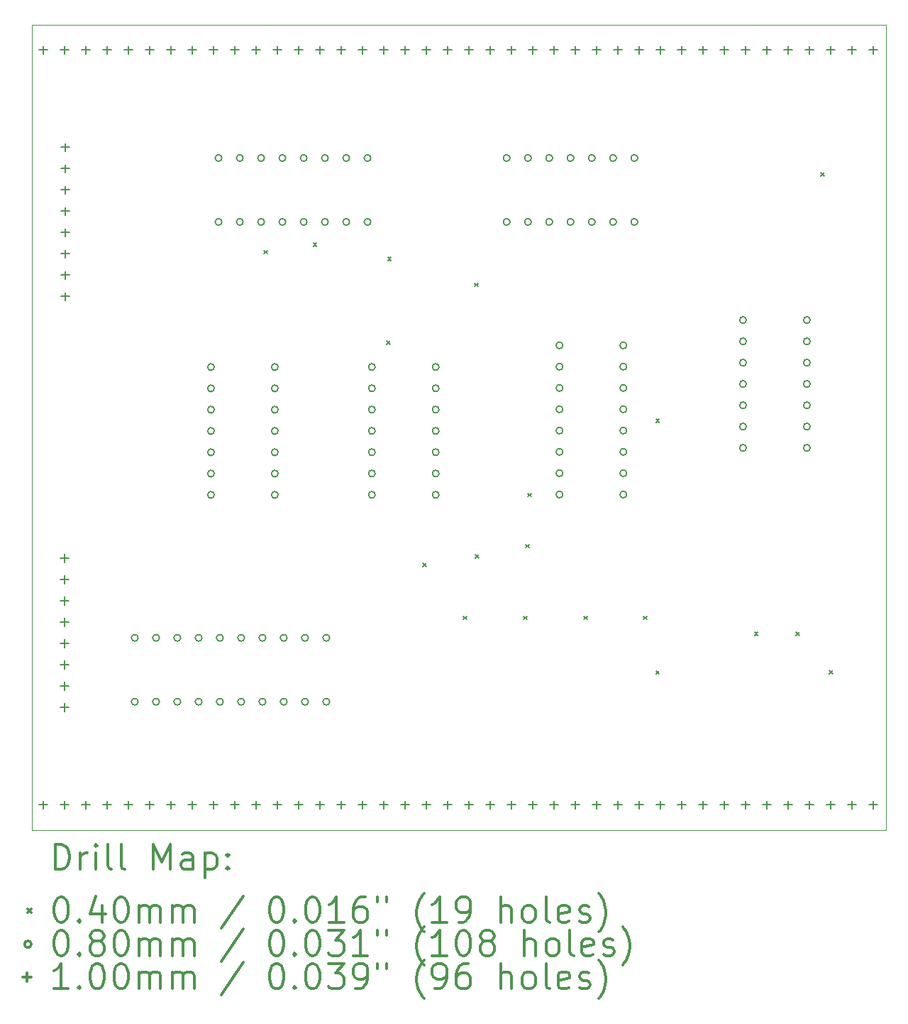
<source format=gbr>
%FSLAX45Y45*%
G04 Gerber Fmt 4.5, Leading zero omitted, Abs format (unit mm)*
G04 Created by KiCad (PCBNEW (5.1.9)-1) date 2021-11-21 16:09:24*
%MOMM*%
%LPD*%
G01*
G04 APERTURE LIST*
%TA.AperFunction,Profile*%
%ADD10C,0.100000*%
%TD*%
%ADD11C,0.200000*%
%ADD12C,0.300000*%
G04 APERTURE END LIST*
D10*
X8500000Y-13900000D02*
X8500000Y-4300000D01*
X18700000Y-13900000D02*
X8500000Y-13900000D01*
X18700000Y-4300000D02*
X18700000Y-13900000D01*
X8500000Y-4300000D02*
X18700000Y-4300000D01*
D11*
X11270000Y-6990000D02*
X11310000Y-7030000D01*
X11310000Y-6990000D02*
X11270000Y-7030000D01*
X11860000Y-6900000D02*
X11900000Y-6940000D01*
X11900000Y-6900000D02*
X11860000Y-6940000D01*
X12740000Y-8070000D02*
X12780000Y-8110000D01*
X12780000Y-8070000D02*
X12740000Y-8110000D01*
X12750000Y-7070000D02*
X12790000Y-7110000D01*
X12790000Y-7070000D02*
X12750000Y-7110000D01*
X13170000Y-10720000D02*
X13210000Y-10760000D01*
X13210000Y-10720000D02*
X13170000Y-10760000D01*
X13650000Y-11350000D02*
X13690000Y-11390000D01*
X13690000Y-11350000D02*
X13650000Y-11390000D01*
X13790000Y-7380000D02*
X13830000Y-7420000D01*
X13830000Y-7380000D02*
X13790000Y-7420000D01*
X13795000Y-10615000D02*
X13835000Y-10655000D01*
X13835000Y-10615000D02*
X13795000Y-10655000D01*
X14370000Y-11350000D02*
X14410000Y-11390000D01*
X14410000Y-11350000D02*
X14370000Y-11390000D01*
X14395000Y-10495000D02*
X14435000Y-10535000D01*
X14435000Y-10495000D02*
X14395000Y-10535000D01*
X14424249Y-9884000D02*
X14464249Y-9924000D01*
X14464249Y-9884000D02*
X14424249Y-9924000D01*
X15090000Y-11350000D02*
X15130000Y-11390000D01*
X15130000Y-11350000D02*
X15090000Y-11390000D01*
X15800000Y-11350000D02*
X15840000Y-11390000D01*
X15840000Y-11350000D02*
X15800000Y-11390000D01*
X15950000Y-9000000D02*
X15990000Y-9040000D01*
X15990000Y-9000000D02*
X15950000Y-9040000D01*
X15950000Y-12002504D02*
X15990000Y-12042504D01*
X15990000Y-12002504D02*
X15950000Y-12042504D01*
X17127501Y-11537501D02*
X17167501Y-11577501D01*
X17167501Y-11537501D02*
X17127501Y-11577501D01*
X17620000Y-11540000D02*
X17660000Y-11580000D01*
X17660000Y-11540000D02*
X17620000Y-11580000D01*
X17920000Y-6060000D02*
X17960000Y-6100000D01*
X17960000Y-6060000D02*
X17920000Y-6100000D01*
X18020000Y-12000000D02*
X18060000Y-12040000D01*
X18060000Y-12000000D02*
X18020000Y-12040000D01*
X9770000Y-11608000D02*
G75*
G03*
X9770000Y-11608000I-40000J0D01*
G01*
X9770000Y-12370000D02*
G75*
G03*
X9770000Y-12370000I-40000J0D01*
G01*
X10024000Y-11608000D02*
G75*
G03*
X10024000Y-11608000I-40000J0D01*
G01*
X10024000Y-12370000D02*
G75*
G03*
X10024000Y-12370000I-40000J0D01*
G01*
X10278000Y-11608000D02*
G75*
G03*
X10278000Y-11608000I-40000J0D01*
G01*
X10278000Y-12370000D02*
G75*
G03*
X10278000Y-12370000I-40000J0D01*
G01*
X10532000Y-11608000D02*
G75*
G03*
X10532000Y-11608000I-40000J0D01*
G01*
X10532000Y-12370000D02*
G75*
G03*
X10532000Y-12370000I-40000J0D01*
G01*
X10680000Y-8380000D02*
G75*
G03*
X10680000Y-8380000I-40000J0D01*
G01*
X10680000Y-8634000D02*
G75*
G03*
X10680000Y-8634000I-40000J0D01*
G01*
X10680000Y-8888000D02*
G75*
G03*
X10680000Y-8888000I-40000J0D01*
G01*
X10680000Y-9142000D02*
G75*
G03*
X10680000Y-9142000I-40000J0D01*
G01*
X10680000Y-9396000D02*
G75*
G03*
X10680000Y-9396000I-40000J0D01*
G01*
X10680000Y-9650000D02*
G75*
G03*
X10680000Y-9650000I-40000J0D01*
G01*
X10680000Y-9904000D02*
G75*
G03*
X10680000Y-9904000I-40000J0D01*
G01*
X10770000Y-5888000D02*
G75*
G03*
X10770000Y-5888000I-40000J0D01*
G01*
X10770000Y-6650000D02*
G75*
G03*
X10770000Y-6650000I-40000J0D01*
G01*
X10786000Y-11608000D02*
G75*
G03*
X10786000Y-11608000I-40000J0D01*
G01*
X10786000Y-12370000D02*
G75*
G03*
X10786000Y-12370000I-40000J0D01*
G01*
X11024000Y-5888000D02*
G75*
G03*
X11024000Y-5888000I-40000J0D01*
G01*
X11024000Y-6650000D02*
G75*
G03*
X11024000Y-6650000I-40000J0D01*
G01*
X11040000Y-11608000D02*
G75*
G03*
X11040000Y-11608000I-40000J0D01*
G01*
X11040000Y-12370000D02*
G75*
G03*
X11040000Y-12370000I-40000J0D01*
G01*
X11278000Y-5888000D02*
G75*
G03*
X11278000Y-5888000I-40000J0D01*
G01*
X11278000Y-6650000D02*
G75*
G03*
X11278000Y-6650000I-40000J0D01*
G01*
X11294000Y-11608000D02*
G75*
G03*
X11294000Y-11608000I-40000J0D01*
G01*
X11294000Y-12370000D02*
G75*
G03*
X11294000Y-12370000I-40000J0D01*
G01*
X11442000Y-8380000D02*
G75*
G03*
X11442000Y-8380000I-40000J0D01*
G01*
X11442000Y-8634000D02*
G75*
G03*
X11442000Y-8634000I-40000J0D01*
G01*
X11442000Y-8888000D02*
G75*
G03*
X11442000Y-8888000I-40000J0D01*
G01*
X11442000Y-9142000D02*
G75*
G03*
X11442000Y-9142000I-40000J0D01*
G01*
X11442000Y-9396000D02*
G75*
G03*
X11442000Y-9396000I-40000J0D01*
G01*
X11442000Y-9650000D02*
G75*
G03*
X11442000Y-9650000I-40000J0D01*
G01*
X11442000Y-9904000D02*
G75*
G03*
X11442000Y-9904000I-40000J0D01*
G01*
X11532000Y-5888000D02*
G75*
G03*
X11532000Y-5888000I-40000J0D01*
G01*
X11532000Y-6650000D02*
G75*
G03*
X11532000Y-6650000I-40000J0D01*
G01*
X11548000Y-11608000D02*
G75*
G03*
X11548000Y-11608000I-40000J0D01*
G01*
X11548000Y-12370000D02*
G75*
G03*
X11548000Y-12370000I-40000J0D01*
G01*
X11786000Y-5888000D02*
G75*
G03*
X11786000Y-5888000I-40000J0D01*
G01*
X11786000Y-6650000D02*
G75*
G03*
X11786000Y-6650000I-40000J0D01*
G01*
X11802000Y-11608000D02*
G75*
G03*
X11802000Y-11608000I-40000J0D01*
G01*
X11802000Y-12370000D02*
G75*
G03*
X11802000Y-12370000I-40000J0D01*
G01*
X12040000Y-5888000D02*
G75*
G03*
X12040000Y-5888000I-40000J0D01*
G01*
X12040000Y-6650000D02*
G75*
G03*
X12040000Y-6650000I-40000J0D01*
G01*
X12056000Y-11608000D02*
G75*
G03*
X12056000Y-11608000I-40000J0D01*
G01*
X12056000Y-12370000D02*
G75*
G03*
X12056000Y-12370000I-40000J0D01*
G01*
X12294000Y-5888000D02*
G75*
G03*
X12294000Y-5888000I-40000J0D01*
G01*
X12294000Y-6650000D02*
G75*
G03*
X12294000Y-6650000I-40000J0D01*
G01*
X12548000Y-5888000D02*
G75*
G03*
X12548000Y-5888000I-40000J0D01*
G01*
X12548000Y-6650000D02*
G75*
G03*
X12548000Y-6650000I-40000J0D01*
G01*
X12600000Y-8380000D02*
G75*
G03*
X12600000Y-8380000I-40000J0D01*
G01*
X12600000Y-8634000D02*
G75*
G03*
X12600000Y-8634000I-40000J0D01*
G01*
X12600000Y-8888000D02*
G75*
G03*
X12600000Y-8888000I-40000J0D01*
G01*
X12600000Y-9142000D02*
G75*
G03*
X12600000Y-9142000I-40000J0D01*
G01*
X12600000Y-9396000D02*
G75*
G03*
X12600000Y-9396000I-40000J0D01*
G01*
X12600000Y-9650000D02*
G75*
G03*
X12600000Y-9650000I-40000J0D01*
G01*
X12600000Y-9904000D02*
G75*
G03*
X12600000Y-9904000I-40000J0D01*
G01*
X13362000Y-8380000D02*
G75*
G03*
X13362000Y-8380000I-40000J0D01*
G01*
X13362000Y-8634000D02*
G75*
G03*
X13362000Y-8634000I-40000J0D01*
G01*
X13362000Y-8888000D02*
G75*
G03*
X13362000Y-8888000I-40000J0D01*
G01*
X13362000Y-9142000D02*
G75*
G03*
X13362000Y-9142000I-40000J0D01*
G01*
X13362000Y-9396000D02*
G75*
G03*
X13362000Y-9396000I-40000J0D01*
G01*
X13362000Y-9650000D02*
G75*
G03*
X13362000Y-9650000I-40000J0D01*
G01*
X13362000Y-9904000D02*
G75*
G03*
X13362000Y-9904000I-40000J0D01*
G01*
X14210000Y-5888000D02*
G75*
G03*
X14210000Y-5888000I-40000J0D01*
G01*
X14210000Y-6650000D02*
G75*
G03*
X14210000Y-6650000I-40000J0D01*
G01*
X14464000Y-5888000D02*
G75*
G03*
X14464000Y-5888000I-40000J0D01*
G01*
X14464000Y-6650000D02*
G75*
G03*
X14464000Y-6650000I-40000J0D01*
G01*
X14718000Y-5888000D02*
G75*
G03*
X14718000Y-5888000I-40000J0D01*
G01*
X14718000Y-6650000D02*
G75*
G03*
X14718000Y-6650000I-40000J0D01*
G01*
X14840000Y-8122000D02*
G75*
G03*
X14840000Y-8122000I-40000J0D01*
G01*
X14840000Y-8376000D02*
G75*
G03*
X14840000Y-8376000I-40000J0D01*
G01*
X14840000Y-8630000D02*
G75*
G03*
X14840000Y-8630000I-40000J0D01*
G01*
X14840000Y-8884000D02*
G75*
G03*
X14840000Y-8884000I-40000J0D01*
G01*
X14840000Y-9138000D02*
G75*
G03*
X14840000Y-9138000I-40000J0D01*
G01*
X14840000Y-9392000D02*
G75*
G03*
X14840000Y-9392000I-40000J0D01*
G01*
X14840000Y-9646000D02*
G75*
G03*
X14840000Y-9646000I-40000J0D01*
G01*
X14840000Y-9900000D02*
G75*
G03*
X14840000Y-9900000I-40000J0D01*
G01*
X14972000Y-5888000D02*
G75*
G03*
X14972000Y-5888000I-40000J0D01*
G01*
X14972000Y-6650000D02*
G75*
G03*
X14972000Y-6650000I-40000J0D01*
G01*
X15226000Y-5888000D02*
G75*
G03*
X15226000Y-5888000I-40000J0D01*
G01*
X15226000Y-6650000D02*
G75*
G03*
X15226000Y-6650000I-40000J0D01*
G01*
X15480000Y-5888000D02*
G75*
G03*
X15480000Y-5888000I-40000J0D01*
G01*
X15480000Y-6650000D02*
G75*
G03*
X15480000Y-6650000I-40000J0D01*
G01*
X15602000Y-8122000D02*
G75*
G03*
X15602000Y-8122000I-40000J0D01*
G01*
X15602000Y-8376000D02*
G75*
G03*
X15602000Y-8376000I-40000J0D01*
G01*
X15602000Y-8630000D02*
G75*
G03*
X15602000Y-8630000I-40000J0D01*
G01*
X15602000Y-8884000D02*
G75*
G03*
X15602000Y-8884000I-40000J0D01*
G01*
X15602000Y-9138000D02*
G75*
G03*
X15602000Y-9138000I-40000J0D01*
G01*
X15602000Y-9392000D02*
G75*
G03*
X15602000Y-9392000I-40000J0D01*
G01*
X15602000Y-9646000D02*
G75*
G03*
X15602000Y-9646000I-40000J0D01*
G01*
X15602000Y-9900000D02*
G75*
G03*
X15602000Y-9900000I-40000J0D01*
G01*
X15734000Y-5888000D02*
G75*
G03*
X15734000Y-5888000I-40000J0D01*
G01*
X15734000Y-6650000D02*
G75*
G03*
X15734000Y-6650000I-40000J0D01*
G01*
X17030000Y-7820000D02*
G75*
G03*
X17030000Y-7820000I-40000J0D01*
G01*
X17030000Y-8074000D02*
G75*
G03*
X17030000Y-8074000I-40000J0D01*
G01*
X17030000Y-8328000D02*
G75*
G03*
X17030000Y-8328000I-40000J0D01*
G01*
X17030000Y-8582000D02*
G75*
G03*
X17030000Y-8582000I-40000J0D01*
G01*
X17030000Y-8836000D02*
G75*
G03*
X17030000Y-8836000I-40000J0D01*
G01*
X17030000Y-9090000D02*
G75*
G03*
X17030000Y-9090000I-40000J0D01*
G01*
X17030000Y-9344000D02*
G75*
G03*
X17030000Y-9344000I-40000J0D01*
G01*
X17792000Y-7820000D02*
G75*
G03*
X17792000Y-7820000I-40000J0D01*
G01*
X17792000Y-8074000D02*
G75*
G03*
X17792000Y-8074000I-40000J0D01*
G01*
X17792000Y-8328000D02*
G75*
G03*
X17792000Y-8328000I-40000J0D01*
G01*
X17792000Y-8582000D02*
G75*
G03*
X17792000Y-8582000I-40000J0D01*
G01*
X17792000Y-8836000D02*
G75*
G03*
X17792000Y-8836000I-40000J0D01*
G01*
X17792000Y-9090000D02*
G75*
G03*
X17792000Y-9090000I-40000J0D01*
G01*
X17792000Y-9344000D02*
G75*
G03*
X17792000Y-9344000I-40000J0D01*
G01*
X8640000Y-4550000D02*
X8640000Y-4650000D01*
X8590000Y-4600000D02*
X8690000Y-4600000D01*
X8640000Y-13550000D02*
X8640000Y-13650000D01*
X8590000Y-13600000D02*
X8690000Y-13600000D01*
X8890000Y-10612000D02*
X8890000Y-10712000D01*
X8840000Y-10662000D02*
X8940000Y-10662000D01*
X8890000Y-10866000D02*
X8890000Y-10966000D01*
X8840000Y-10916000D02*
X8940000Y-10916000D01*
X8890000Y-11120000D02*
X8890000Y-11220000D01*
X8840000Y-11170000D02*
X8940000Y-11170000D01*
X8890000Y-11374000D02*
X8890000Y-11474000D01*
X8840000Y-11424000D02*
X8940000Y-11424000D01*
X8890000Y-11628000D02*
X8890000Y-11728000D01*
X8840000Y-11678000D02*
X8940000Y-11678000D01*
X8890000Y-11882000D02*
X8890000Y-11982000D01*
X8840000Y-11932000D02*
X8940000Y-11932000D01*
X8890000Y-12136000D02*
X8890000Y-12236000D01*
X8840000Y-12186000D02*
X8940000Y-12186000D01*
X8890000Y-12390000D02*
X8890000Y-12490000D01*
X8840000Y-12440000D02*
X8940000Y-12440000D01*
X8894000Y-4550000D02*
X8894000Y-4650000D01*
X8844000Y-4600000D02*
X8944000Y-4600000D01*
X8894000Y-13550000D02*
X8894000Y-13650000D01*
X8844000Y-13600000D02*
X8944000Y-13600000D01*
X8900000Y-5710000D02*
X8900000Y-5810000D01*
X8850000Y-5760000D02*
X8950000Y-5760000D01*
X8900000Y-5964000D02*
X8900000Y-6064000D01*
X8850000Y-6014000D02*
X8950000Y-6014000D01*
X8900000Y-6218000D02*
X8900000Y-6318000D01*
X8850000Y-6268000D02*
X8950000Y-6268000D01*
X8900000Y-6472000D02*
X8900000Y-6572000D01*
X8850000Y-6522000D02*
X8950000Y-6522000D01*
X8900000Y-6726000D02*
X8900000Y-6826000D01*
X8850000Y-6776000D02*
X8950000Y-6776000D01*
X8900000Y-6980000D02*
X8900000Y-7080000D01*
X8850000Y-7030000D02*
X8950000Y-7030000D01*
X8900000Y-7234000D02*
X8900000Y-7334000D01*
X8850000Y-7284000D02*
X8950000Y-7284000D01*
X8900000Y-7488000D02*
X8900000Y-7588000D01*
X8850000Y-7538000D02*
X8950000Y-7538000D01*
X9148000Y-4550000D02*
X9148000Y-4650000D01*
X9098000Y-4600000D02*
X9198000Y-4600000D01*
X9148000Y-13550000D02*
X9148000Y-13650000D01*
X9098000Y-13600000D02*
X9198000Y-13600000D01*
X9402000Y-4550000D02*
X9402000Y-4650000D01*
X9352000Y-4600000D02*
X9452000Y-4600000D01*
X9402000Y-13550000D02*
X9402000Y-13650000D01*
X9352000Y-13600000D02*
X9452000Y-13600000D01*
X9656000Y-4550000D02*
X9656000Y-4650000D01*
X9606000Y-4600000D02*
X9706000Y-4600000D01*
X9656000Y-13550000D02*
X9656000Y-13650000D01*
X9606000Y-13600000D02*
X9706000Y-13600000D01*
X9910000Y-4550000D02*
X9910000Y-4650000D01*
X9860000Y-4600000D02*
X9960000Y-4600000D01*
X9910000Y-13550000D02*
X9910000Y-13650000D01*
X9860000Y-13600000D02*
X9960000Y-13600000D01*
X10164000Y-4550000D02*
X10164000Y-4650000D01*
X10114000Y-4600000D02*
X10214000Y-4600000D01*
X10164000Y-13550000D02*
X10164000Y-13650000D01*
X10114000Y-13600000D02*
X10214000Y-13600000D01*
X10418000Y-4550000D02*
X10418000Y-4650000D01*
X10368000Y-4600000D02*
X10468000Y-4600000D01*
X10418000Y-13550000D02*
X10418000Y-13650000D01*
X10368000Y-13600000D02*
X10468000Y-13600000D01*
X10672000Y-4550000D02*
X10672000Y-4650000D01*
X10622000Y-4600000D02*
X10722000Y-4600000D01*
X10672000Y-13550000D02*
X10672000Y-13650000D01*
X10622000Y-13600000D02*
X10722000Y-13600000D01*
X10926000Y-4550000D02*
X10926000Y-4650000D01*
X10876000Y-4600000D02*
X10976000Y-4600000D01*
X10926000Y-13550000D02*
X10926000Y-13650000D01*
X10876000Y-13600000D02*
X10976000Y-13600000D01*
X11180000Y-4550000D02*
X11180000Y-4650000D01*
X11130000Y-4600000D02*
X11230000Y-4600000D01*
X11180000Y-13550000D02*
X11180000Y-13650000D01*
X11130000Y-13600000D02*
X11230000Y-13600000D01*
X11434000Y-4550000D02*
X11434000Y-4650000D01*
X11384000Y-4600000D02*
X11484000Y-4600000D01*
X11434000Y-13550000D02*
X11434000Y-13650000D01*
X11384000Y-13600000D02*
X11484000Y-13600000D01*
X11688000Y-4550000D02*
X11688000Y-4650000D01*
X11638000Y-4600000D02*
X11738000Y-4600000D01*
X11688000Y-13550000D02*
X11688000Y-13650000D01*
X11638000Y-13600000D02*
X11738000Y-13600000D01*
X11942000Y-4550000D02*
X11942000Y-4650000D01*
X11892000Y-4600000D02*
X11992000Y-4600000D01*
X11942000Y-13550000D02*
X11942000Y-13650000D01*
X11892000Y-13600000D02*
X11992000Y-13600000D01*
X12196000Y-4550000D02*
X12196000Y-4650000D01*
X12146000Y-4600000D02*
X12246000Y-4600000D01*
X12196000Y-13550000D02*
X12196000Y-13650000D01*
X12146000Y-13600000D02*
X12246000Y-13600000D01*
X12450000Y-4550000D02*
X12450000Y-4650000D01*
X12400000Y-4600000D02*
X12500000Y-4600000D01*
X12450000Y-13550000D02*
X12450000Y-13650000D01*
X12400000Y-13600000D02*
X12500000Y-13600000D01*
X12704000Y-4550000D02*
X12704000Y-4650000D01*
X12654000Y-4600000D02*
X12754000Y-4600000D01*
X12704000Y-13550000D02*
X12704000Y-13650000D01*
X12654000Y-13600000D02*
X12754000Y-13600000D01*
X12958000Y-4550000D02*
X12958000Y-4650000D01*
X12908000Y-4600000D02*
X13008000Y-4600000D01*
X12958000Y-13550000D02*
X12958000Y-13650000D01*
X12908000Y-13600000D02*
X13008000Y-13600000D01*
X13212000Y-4550000D02*
X13212000Y-4650000D01*
X13162000Y-4600000D02*
X13262000Y-4600000D01*
X13212000Y-13550000D02*
X13212000Y-13650000D01*
X13162000Y-13600000D02*
X13262000Y-13600000D01*
X13466000Y-4550000D02*
X13466000Y-4650000D01*
X13416000Y-4600000D02*
X13516000Y-4600000D01*
X13466000Y-13550000D02*
X13466000Y-13650000D01*
X13416000Y-13600000D02*
X13516000Y-13600000D01*
X13720000Y-4550000D02*
X13720000Y-4650000D01*
X13670000Y-4600000D02*
X13770000Y-4600000D01*
X13720000Y-13550000D02*
X13720000Y-13650000D01*
X13670000Y-13600000D02*
X13770000Y-13600000D01*
X13974000Y-4550000D02*
X13974000Y-4650000D01*
X13924000Y-4600000D02*
X14024000Y-4600000D01*
X13974000Y-13550000D02*
X13974000Y-13650000D01*
X13924000Y-13600000D02*
X14024000Y-13600000D01*
X14228000Y-4550000D02*
X14228000Y-4650000D01*
X14178000Y-4600000D02*
X14278000Y-4600000D01*
X14228000Y-13550000D02*
X14228000Y-13650000D01*
X14178000Y-13600000D02*
X14278000Y-13600000D01*
X14482000Y-4550000D02*
X14482000Y-4650000D01*
X14432000Y-4600000D02*
X14532000Y-4600000D01*
X14482000Y-13550000D02*
X14482000Y-13650000D01*
X14432000Y-13600000D02*
X14532000Y-13600000D01*
X14736000Y-4550000D02*
X14736000Y-4650000D01*
X14686000Y-4600000D02*
X14786000Y-4600000D01*
X14736000Y-13550000D02*
X14736000Y-13650000D01*
X14686000Y-13600000D02*
X14786000Y-13600000D01*
X14990000Y-4550000D02*
X14990000Y-4650000D01*
X14940000Y-4600000D02*
X15040000Y-4600000D01*
X14990000Y-13550000D02*
X14990000Y-13650000D01*
X14940000Y-13600000D02*
X15040000Y-13600000D01*
X15244000Y-4550000D02*
X15244000Y-4650000D01*
X15194000Y-4600000D02*
X15294000Y-4600000D01*
X15244000Y-13550000D02*
X15244000Y-13650000D01*
X15194000Y-13600000D02*
X15294000Y-13600000D01*
X15498000Y-4550000D02*
X15498000Y-4650000D01*
X15448000Y-4600000D02*
X15548000Y-4600000D01*
X15498000Y-13550000D02*
X15498000Y-13650000D01*
X15448000Y-13600000D02*
X15548000Y-13600000D01*
X15752000Y-4550000D02*
X15752000Y-4650000D01*
X15702000Y-4600000D02*
X15802000Y-4600000D01*
X15752000Y-13550000D02*
X15752000Y-13650000D01*
X15702000Y-13600000D02*
X15802000Y-13600000D01*
X16006000Y-4550000D02*
X16006000Y-4650000D01*
X15956000Y-4600000D02*
X16056000Y-4600000D01*
X16006000Y-13550000D02*
X16006000Y-13650000D01*
X15956000Y-13600000D02*
X16056000Y-13600000D01*
X16260000Y-4550000D02*
X16260000Y-4650000D01*
X16210000Y-4600000D02*
X16310000Y-4600000D01*
X16260000Y-13550000D02*
X16260000Y-13650000D01*
X16210000Y-13600000D02*
X16310000Y-13600000D01*
X16514000Y-4550000D02*
X16514000Y-4650000D01*
X16464000Y-4600000D02*
X16564000Y-4600000D01*
X16514000Y-13550000D02*
X16514000Y-13650000D01*
X16464000Y-13600000D02*
X16564000Y-13600000D01*
X16768000Y-4550000D02*
X16768000Y-4650000D01*
X16718000Y-4600000D02*
X16818000Y-4600000D01*
X16768000Y-13550000D02*
X16768000Y-13650000D01*
X16718000Y-13600000D02*
X16818000Y-13600000D01*
X17022000Y-4550000D02*
X17022000Y-4650000D01*
X16972000Y-4600000D02*
X17072000Y-4600000D01*
X17022000Y-13550000D02*
X17022000Y-13650000D01*
X16972000Y-13600000D02*
X17072000Y-13600000D01*
X17276000Y-4550000D02*
X17276000Y-4650000D01*
X17226000Y-4600000D02*
X17326000Y-4600000D01*
X17276000Y-13550000D02*
X17276000Y-13650000D01*
X17226000Y-13600000D02*
X17326000Y-13600000D01*
X17530000Y-4550000D02*
X17530000Y-4650000D01*
X17480000Y-4600000D02*
X17580000Y-4600000D01*
X17530000Y-13550000D02*
X17530000Y-13650000D01*
X17480000Y-13600000D02*
X17580000Y-13600000D01*
X17784000Y-4550000D02*
X17784000Y-4650000D01*
X17734000Y-4600000D02*
X17834000Y-4600000D01*
X17784000Y-13550000D02*
X17784000Y-13650000D01*
X17734000Y-13600000D02*
X17834000Y-13600000D01*
X18038000Y-4550000D02*
X18038000Y-4650000D01*
X17988000Y-4600000D02*
X18088000Y-4600000D01*
X18038000Y-13550000D02*
X18038000Y-13650000D01*
X17988000Y-13600000D02*
X18088000Y-13600000D01*
X18292000Y-4550000D02*
X18292000Y-4650000D01*
X18242000Y-4600000D02*
X18342000Y-4600000D01*
X18292000Y-13550000D02*
X18292000Y-13650000D01*
X18242000Y-13600000D02*
X18342000Y-13600000D01*
X18546000Y-4550000D02*
X18546000Y-4650000D01*
X18496000Y-4600000D02*
X18596000Y-4600000D01*
X18546000Y-13550000D02*
X18546000Y-13650000D01*
X18496000Y-13600000D02*
X18596000Y-13600000D01*
D12*
X8781428Y-14370714D02*
X8781428Y-14070714D01*
X8852857Y-14070714D01*
X8895714Y-14085000D01*
X8924286Y-14113571D01*
X8938571Y-14142143D01*
X8952857Y-14199286D01*
X8952857Y-14242143D01*
X8938571Y-14299286D01*
X8924286Y-14327857D01*
X8895714Y-14356429D01*
X8852857Y-14370714D01*
X8781428Y-14370714D01*
X9081428Y-14370714D02*
X9081428Y-14170714D01*
X9081428Y-14227857D02*
X9095714Y-14199286D01*
X9110000Y-14185000D01*
X9138571Y-14170714D01*
X9167143Y-14170714D01*
X9267143Y-14370714D02*
X9267143Y-14170714D01*
X9267143Y-14070714D02*
X9252857Y-14085000D01*
X9267143Y-14099286D01*
X9281428Y-14085000D01*
X9267143Y-14070714D01*
X9267143Y-14099286D01*
X9452857Y-14370714D02*
X9424286Y-14356429D01*
X9410000Y-14327857D01*
X9410000Y-14070714D01*
X9610000Y-14370714D02*
X9581428Y-14356429D01*
X9567143Y-14327857D01*
X9567143Y-14070714D01*
X9952857Y-14370714D02*
X9952857Y-14070714D01*
X10052857Y-14285000D01*
X10152857Y-14070714D01*
X10152857Y-14370714D01*
X10424286Y-14370714D02*
X10424286Y-14213571D01*
X10410000Y-14185000D01*
X10381428Y-14170714D01*
X10324286Y-14170714D01*
X10295714Y-14185000D01*
X10424286Y-14356429D02*
X10395714Y-14370714D01*
X10324286Y-14370714D01*
X10295714Y-14356429D01*
X10281428Y-14327857D01*
X10281428Y-14299286D01*
X10295714Y-14270714D01*
X10324286Y-14256429D01*
X10395714Y-14256429D01*
X10424286Y-14242143D01*
X10567143Y-14170714D02*
X10567143Y-14470714D01*
X10567143Y-14185000D02*
X10595714Y-14170714D01*
X10652857Y-14170714D01*
X10681428Y-14185000D01*
X10695714Y-14199286D01*
X10710000Y-14227857D01*
X10710000Y-14313571D01*
X10695714Y-14342143D01*
X10681428Y-14356429D01*
X10652857Y-14370714D01*
X10595714Y-14370714D01*
X10567143Y-14356429D01*
X10838571Y-14342143D02*
X10852857Y-14356429D01*
X10838571Y-14370714D01*
X10824286Y-14356429D01*
X10838571Y-14342143D01*
X10838571Y-14370714D01*
X10838571Y-14185000D02*
X10852857Y-14199286D01*
X10838571Y-14213571D01*
X10824286Y-14199286D01*
X10838571Y-14185000D01*
X10838571Y-14213571D01*
X8455000Y-14845000D02*
X8495000Y-14885000D01*
X8495000Y-14845000D02*
X8455000Y-14885000D01*
X8838571Y-14700714D02*
X8867143Y-14700714D01*
X8895714Y-14715000D01*
X8910000Y-14729286D01*
X8924286Y-14757857D01*
X8938571Y-14815000D01*
X8938571Y-14886429D01*
X8924286Y-14943571D01*
X8910000Y-14972143D01*
X8895714Y-14986429D01*
X8867143Y-15000714D01*
X8838571Y-15000714D01*
X8810000Y-14986429D01*
X8795714Y-14972143D01*
X8781428Y-14943571D01*
X8767143Y-14886429D01*
X8767143Y-14815000D01*
X8781428Y-14757857D01*
X8795714Y-14729286D01*
X8810000Y-14715000D01*
X8838571Y-14700714D01*
X9067143Y-14972143D02*
X9081428Y-14986429D01*
X9067143Y-15000714D01*
X9052857Y-14986429D01*
X9067143Y-14972143D01*
X9067143Y-15000714D01*
X9338571Y-14800714D02*
X9338571Y-15000714D01*
X9267143Y-14686429D02*
X9195714Y-14900714D01*
X9381428Y-14900714D01*
X9552857Y-14700714D02*
X9581428Y-14700714D01*
X9610000Y-14715000D01*
X9624286Y-14729286D01*
X9638571Y-14757857D01*
X9652857Y-14815000D01*
X9652857Y-14886429D01*
X9638571Y-14943571D01*
X9624286Y-14972143D01*
X9610000Y-14986429D01*
X9581428Y-15000714D01*
X9552857Y-15000714D01*
X9524286Y-14986429D01*
X9510000Y-14972143D01*
X9495714Y-14943571D01*
X9481428Y-14886429D01*
X9481428Y-14815000D01*
X9495714Y-14757857D01*
X9510000Y-14729286D01*
X9524286Y-14715000D01*
X9552857Y-14700714D01*
X9781428Y-15000714D02*
X9781428Y-14800714D01*
X9781428Y-14829286D02*
X9795714Y-14815000D01*
X9824286Y-14800714D01*
X9867143Y-14800714D01*
X9895714Y-14815000D01*
X9910000Y-14843571D01*
X9910000Y-15000714D01*
X9910000Y-14843571D02*
X9924286Y-14815000D01*
X9952857Y-14800714D01*
X9995714Y-14800714D01*
X10024286Y-14815000D01*
X10038571Y-14843571D01*
X10038571Y-15000714D01*
X10181428Y-15000714D02*
X10181428Y-14800714D01*
X10181428Y-14829286D02*
X10195714Y-14815000D01*
X10224286Y-14800714D01*
X10267143Y-14800714D01*
X10295714Y-14815000D01*
X10310000Y-14843571D01*
X10310000Y-15000714D01*
X10310000Y-14843571D02*
X10324286Y-14815000D01*
X10352857Y-14800714D01*
X10395714Y-14800714D01*
X10424286Y-14815000D01*
X10438571Y-14843571D01*
X10438571Y-15000714D01*
X11024286Y-14686429D02*
X10767143Y-15072143D01*
X11410000Y-14700714D02*
X11438571Y-14700714D01*
X11467143Y-14715000D01*
X11481428Y-14729286D01*
X11495714Y-14757857D01*
X11510000Y-14815000D01*
X11510000Y-14886429D01*
X11495714Y-14943571D01*
X11481428Y-14972143D01*
X11467143Y-14986429D01*
X11438571Y-15000714D01*
X11410000Y-15000714D01*
X11381428Y-14986429D01*
X11367143Y-14972143D01*
X11352857Y-14943571D01*
X11338571Y-14886429D01*
X11338571Y-14815000D01*
X11352857Y-14757857D01*
X11367143Y-14729286D01*
X11381428Y-14715000D01*
X11410000Y-14700714D01*
X11638571Y-14972143D02*
X11652857Y-14986429D01*
X11638571Y-15000714D01*
X11624286Y-14986429D01*
X11638571Y-14972143D01*
X11638571Y-15000714D01*
X11838571Y-14700714D02*
X11867143Y-14700714D01*
X11895714Y-14715000D01*
X11910000Y-14729286D01*
X11924286Y-14757857D01*
X11938571Y-14815000D01*
X11938571Y-14886429D01*
X11924286Y-14943571D01*
X11910000Y-14972143D01*
X11895714Y-14986429D01*
X11867143Y-15000714D01*
X11838571Y-15000714D01*
X11810000Y-14986429D01*
X11795714Y-14972143D01*
X11781428Y-14943571D01*
X11767143Y-14886429D01*
X11767143Y-14815000D01*
X11781428Y-14757857D01*
X11795714Y-14729286D01*
X11810000Y-14715000D01*
X11838571Y-14700714D01*
X12224286Y-15000714D02*
X12052857Y-15000714D01*
X12138571Y-15000714D02*
X12138571Y-14700714D01*
X12110000Y-14743571D01*
X12081428Y-14772143D01*
X12052857Y-14786429D01*
X12481428Y-14700714D02*
X12424286Y-14700714D01*
X12395714Y-14715000D01*
X12381428Y-14729286D01*
X12352857Y-14772143D01*
X12338571Y-14829286D01*
X12338571Y-14943571D01*
X12352857Y-14972143D01*
X12367143Y-14986429D01*
X12395714Y-15000714D01*
X12452857Y-15000714D01*
X12481428Y-14986429D01*
X12495714Y-14972143D01*
X12510000Y-14943571D01*
X12510000Y-14872143D01*
X12495714Y-14843571D01*
X12481428Y-14829286D01*
X12452857Y-14815000D01*
X12395714Y-14815000D01*
X12367143Y-14829286D01*
X12352857Y-14843571D01*
X12338571Y-14872143D01*
X12624286Y-14700714D02*
X12624286Y-14757857D01*
X12738571Y-14700714D02*
X12738571Y-14757857D01*
X13181428Y-15115000D02*
X13167143Y-15100714D01*
X13138571Y-15057857D01*
X13124286Y-15029286D01*
X13110000Y-14986429D01*
X13095714Y-14915000D01*
X13095714Y-14857857D01*
X13110000Y-14786429D01*
X13124286Y-14743571D01*
X13138571Y-14715000D01*
X13167143Y-14672143D01*
X13181428Y-14657857D01*
X13452857Y-15000714D02*
X13281428Y-15000714D01*
X13367143Y-15000714D02*
X13367143Y-14700714D01*
X13338571Y-14743571D01*
X13310000Y-14772143D01*
X13281428Y-14786429D01*
X13595714Y-15000714D02*
X13652857Y-15000714D01*
X13681428Y-14986429D01*
X13695714Y-14972143D01*
X13724286Y-14929286D01*
X13738571Y-14872143D01*
X13738571Y-14757857D01*
X13724286Y-14729286D01*
X13710000Y-14715000D01*
X13681428Y-14700714D01*
X13624286Y-14700714D01*
X13595714Y-14715000D01*
X13581428Y-14729286D01*
X13567143Y-14757857D01*
X13567143Y-14829286D01*
X13581428Y-14857857D01*
X13595714Y-14872143D01*
X13624286Y-14886429D01*
X13681428Y-14886429D01*
X13710000Y-14872143D01*
X13724286Y-14857857D01*
X13738571Y-14829286D01*
X14095714Y-15000714D02*
X14095714Y-14700714D01*
X14224286Y-15000714D02*
X14224286Y-14843571D01*
X14210000Y-14815000D01*
X14181428Y-14800714D01*
X14138571Y-14800714D01*
X14110000Y-14815000D01*
X14095714Y-14829286D01*
X14410000Y-15000714D02*
X14381428Y-14986429D01*
X14367143Y-14972143D01*
X14352857Y-14943571D01*
X14352857Y-14857857D01*
X14367143Y-14829286D01*
X14381428Y-14815000D01*
X14410000Y-14800714D01*
X14452857Y-14800714D01*
X14481428Y-14815000D01*
X14495714Y-14829286D01*
X14510000Y-14857857D01*
X14510000Y-14943571D01*
X14495714Y-14972143D01*
X14481428Y-14986429D01*
X14452857Y-15000714D01*
X14410000Y-15000714D01*
X14681428Y-15000714D02*
X14652857Y-14986429D01*
X14638571Y-14957857D01*
X14638571Y-14700714D01*
X14910000Y-14986429D02*
X14881428Y-15000714D01*
X14824286Y-15000714D01*
X14795714Y-14986429D01*
X14781428Y-14957857D01*
X14781428Y-14843571D01*
X14795714Y-14815000D01*
X14824286Y-14800714D01*
X14881428Y-14800714D01*
X14910000Y-14815000D01*
X14924286Y-14843571D01*
X14924286Y-14872143D01*
X14781428Y-14900714D01*
X15038571Y-14986429D02*
X15067143Y-15000714D01*
X15124286Y-15000714D01*
X15152857Y-14986429D01*
X15167143Y-14957857D01*
X15167143Y-14943571D01*
X15152857Y-14915000D01*
X15124286Y-14900714D01*
X15081428Y-14900714D01*
X15052857Y-14886429D01*
X15038571Y-14857857D01*
X15038571Y-14843571D01*
X15052857Y-14815000D01*
X15081428Y-14800714D01*
X15124286Y-14800714D01*
X15152857Y-14815000D01*
X15267143Y-15115000D02*
X15281428Y-15100714D01*
X15310000Y-15057857D01*
X15324286Y-15029286D01*
X15338571Y-14986429D01*
X15352857Y-14915000D01*
X15352857Y-14857857D01*
X15338571Y-14786429D01*
X15324286Y-14743571D01*
X15310000Y-14715000D01*
X15281428Y-14672143D01*
X15267143Y-14657857D01*
X8495000Y-15261000D02*
G75*
G03*
X8495000Y-15261000I-40000J0D01*
G01*
X8838571Y-15096714D02*
X8867143Y-15096714D01*
X8895714Y-15111000D01*
X8910000Y-15125286D01*
X8924286Y-15153857D01*
X8938571Y-15211000D01*
X8938571Y-15282429D01*
X8924286Y-15339571D01*
X8910000Y-15368143D01*
X8895714Y-15382429D01*
X8867143Y-15396714D01*
X8838571Y-15396714D01*
X8810000Y-15382429D01*
X8795714Y-15368143D01*
X8781428Y-15339571D01*
X8767143Y-15282429D01*
X8767143Y-15211000D01*
X8781428Y-15153857D01*
X8795714Y-15125286D01*
X8810000Y-15111000D01*
X8838571Y-15096714D01*
X9067143Y-15368143D02*
X9081428Y-15382429D01*
X9067143Y-15396714D01*
X9052857Y-15382429D01*
X9067143Y-15368143D01*
X9067143Y-15396714D01*
X9252857Y-15225286D02*
X9224286Y-15211000D01*
X9210000Y-15196714D01*
X9195714Y-15168143D01*
X9195714Y-15153857D01*
X9210000Y-15125286D01*
X9224286Y-15111000D01*
X9252857Y-15096714D01*
X9310000Y-15096714D01*
X9338571Y-15111000D01*
X9352857Y-15125286D01*
X9367143Y-15153857D01*
X9367143Y-15168143D01*
X9352857Y-15196714D01*
X9338571Y-15211000D01*
X9310000Y-15225286D01*
X9252857Y-15225286D01*
X9224286Y-15239571D01*
X9210000Y-15253857D01*
X9195714Y-15282429D01*
X9195714Y-15339571D01*
X9210000Y-15368143D01*
X9224286Y-15382429D01*
X9252857Y-15396714D01*
X9310000Y-15396714D01*
X9338571Y-15382429D01*
X9352857Y-15368143D01*
X9367143Y-15339571D01*
X9367143Y-15282429D01*
X9352857Y-15253857D01*
X9338571Y-15239571D01*
X9310000Y-15225286D01*
X9552857Y-15096714D02*
X9581428Y-15096714D01*
X9610000Y-15111000D01*
X9624286Y-15125286D01*
X9638571Y-15153857D01*
X9652857Y-15211000D01*
X9652857Y-15282429D01*
X9638571Y-15339571D01*
X9624286Y-15368143D01*
X9610000Y-15382429D01*
X9581428Y-15396714D01*
X9552857Y-15396714D01*
X9524286Y-15382429D01*
X9510000Y-15368143D01*
X9495714Y-15339571D01*
X9481428Y-15282429D01*
X9481428Y-15211000D01*
X9495714Y-15153857D01*
X9510000Y-15125286D01*
X9524286Y-15111000D01*
X9552857Y-15096714D01*
X9781428Y-15396714D02*
X9781428Y-15196714D01*
X9781428Y-15225286D02*
X9795714Y-15211000D01*
X9824286Y-15196714D01*
X9867143Y-15196714D01*
X9895714Y-15211000D01*
X9910000Y-15239571D01*
X9910000Y-15396714D01*
X9910000Y-15239571D02*
X9924286Y-15211000D01*
X9952857Y-15196714D01*
X9995714Y-15196714D01*
X10024286Y-15211000D01*
X10038571Y-15239571D01*
X10038571Y-15396714D01*
X10181428Y-15396714D02*
X10181428Y-15196714D01*
X10181428Y-15225286D02*
X10195714Y-15211000D01*
X10224286Y-15196714D01*
X10267143Y-15196714D01*
X10295714Y-15211000D01*
X10310000Y-15239571D01*
X10310000Y-15396714D01*
X10310000Y-15239571D02*
X10324286Y-15211000D01*
X10352857Y-15196714D01*
X10395714Y-15196714D01*
X10424286Y-15211000D01*
X10438571Y-15239571D01*
X10438571Y-15396714D01*
X11024286Y-15082429D02*
X10767143Y-15468143D01*
X11410000Y-15096714D02*
X11438571Y-15096714D01*
X11467143Y-15111000D01*
X11481428Y-15125286D01*
X11495714Y-15153857D01*
X11510000Y-15211000D01*
X11510000Y-15282429D01*
X11495714Y-15339571D01*
X11481428Y-15368143D01*
X11467143Y-15382429D01*
X11438571Y-15396714D01*
X11410000Y-15396714D01*
X11381428Y-15382429D01*
X11367143Y-15368143D01*
X11352857Y-15339571D01*
X11338571Y-15282429D01*
X11338571Y-15211000D01*
X11352857Y-15153857D01*
X11367143Y-15125286D01*
X11381428Y-15111000D01*
X11410000Y-15096714D01*
X11638571Y-15368143D02*
X11652857Y-15382429D01*
X11638571Y-15396714D01*
X11624286Y-15382429D01*
X11638571Y-15368143D01*
X11638571Y-15396714D01*
X11838571Y-15096714D02*
X11867143Y-15096714D01*
X11895714Y-15111000D01*
X11910000Y-15125286D01*
X11924286Y-15153857D01*
X11938571Y-15211000D01*
X11938571Y-15282429D01*
X11924286Y-15339571D01*
X11910000Y-15368143D01*
X11895714Y-15382429D01*
X11867143Y-15396714D01*
X11838571Y-15396714D01*
X11810000Y-15382429D01*
X11795714Y-15368143D01*
X11781428Y-15339571D01*
X11767143Y-15282429D01*
X11767143Y-15211000D01*
X11781428Y-15153857D01*
X11795714Y-15125286D01*
X11810000Y-15111000D01*
X11838571Y-15096714D01*
X12038571Y-15096714D02*
X12224286Y-15096714D01*
X12124286Y-15211000D01*
X12167143Y-15211000D01*
X12195714Y-15225286D01*
X12210000Y-15239571D01*
X12224286Y-15268143D01*
X12224286Y-15339571D01*
X12210000Y-15368143D01*
X12195714Y-15382429D01*
X12167143Y-15396714D01*
X12081428Y-15396714D01*
X12052857Y-15382429D01*
X12038571Y-15368143D01*
X12510000Y-15396714D02*
X12338571Y-15396714D01*
X12424286Y-15396714D02*
X12424286Y-15096714D01*
X12395714Y-15139571D01*
X12367143Y-15168143D01*
X12338571Y-15182429D01*
X12624286Y-15096714D02*
X12624286Y-15153857D01*
X12738571Y-15096714D02*
X12738571Y-15153857D01*
X13181428Y-15511000D02*
X13167143Y-15496714D01*
X13138571Y-15453857D01*
X13124286Y-15425286D01*
X13110000Y-15382429D01*
X13095714Y-15311000D01*
X13095714Y-15253857D01*
X13110000Y-15182429D01*
X13124286Y-15139571D01*
X13138571Y-15111000D01*
X13167143Y-15068143D01*
X13181428Y-15053857D01*
X13452857Y-15396714D02*
X13281428Y-15396714D01*
X13367143Y-15396714D02*
X13367143Y-15096714D01*
X13338571Y-15139571D01*
X13310000Y-15168143D01*
X13281428Y-15182429D01*
X13638571Y-15096714D02*
X13667143Y-15096714D01*
X13695714Y-15111000D01*
X13710000Y-15125286D01*
X13724286Y-15153857D01*
X13738571Y-15211000D01*
X13738571Y-15282429D01*
X13724286Y-15339571D01*
X13710000Y-15368143D01*
X13695714Y-15382429D01*
X13667143Y-15396714D01*
X13638571Y-15396714D01*
X13610000Y-15382429D01*
X13595714Y-15368143D01*
X13581428Y-15339571D01*
X13567143Y-15282429D01*
X13567143Y-15211000D01*
X13581428Y-15153857D01*
X13595714Y-15125286D01*
X13610000Y-15111000D01*
X13638571Y-15096714D01*
X13910000Y-15225286D02*
X13881428Y-15211000D01*
X13867143Y-15196714D01*
X13852857Y-15168143D01*
X13852857Y-15153857D01*
X13867143Y-15125286D01*
X13881428Y-15111000D01*
X13910000Y-15096714D01*
X13967143Y-15096714D01*
X13995714Y-15111000D01*
X14010000Y-15125286D01*
X14024286Y-15153857D01*
X14024286Y-15168143D01*
X14010000Y-15196714D01*
X13995714Y-15211000D01*
X13967143Y-15225286D01*
X13910000Y-15225286D01*
X13881428Y-15239571D01*
X13867143Y-15253857D01*
X13852857Y-15282429D01*
X13852857Y-15339571D01*
X13867143Y-15368143D01*
X13881428Y-15382429D01*
X13910000Y-15396714D01*
X13967143Y-15396714D01*
X13995714Y-15382429D01*
X14010000Y-15368143D01*
X14024286Y-15339571D01*
X14024286Y-15282429D01*
X14010000Y-15253857D01*
X13995714Y-15239571D01*
X13967143Y-15225286D01*
X14381428Y-15396714D02*
X14381428Y-15096714D01*
X14510000Y-15396714D02*
X14510000Y-15239571D01*
X14495714Y-15211000D01*
X14467143Y-15196714D01*
X14424286Y-15196714D01*
X14395714Y-15211000D01*
X14381428Y-15225286D01*
X14695714Y-15396714D02*
X14667143Y-15382429D01*
X14652857Y-15368143D01*
X14638571Y-15339571D01*
X14638571Y-15253857D01*
X14652857Y-15225286D01*
X14667143Y-15211000D01*
X14695714Y-15196714D01*
X14738571Y-15196714D01*
X14767143Y-15211000D01*
X14781428Y-15225286D01*
X14795714Y-15253857D01*
X14795714Y-15339571D01*
X14781428Y-15368143D01*
X14767143Y-15382429D01*
X14738571Y-15396714D01*
X14695714Y-15396714D01*
X14967143Y-15396714D02*
X14938571Y-15382429D01*
X14924286Y-15353857D01*
X14924286Y-15096714D01*
X15195714Y-15382429D02*
X15167143Y-15396714D01*
X15110000Y-15396714D01*
X15081428Y-15382429D01*
X15067143Y-15353857D01*
X15067143Y-15239571D01*
X15081428Y-15211000D01*
X15110000Y-15196714D01*
X15167143Y-15196714D01*
X15195714Y-15211000D01*
X15210000Y-15239571D01*
X15210000Y-15268143D01*
X15067143Y-15296714D01*
X15324286Y-15382429D02*
X15352857Y-15396714D01*
X15410000Y-15396714D01*
X15438571Y-15382429D01*
X15452857Y-15353857D01*
X15452857Y-15339571D01*
X15438571Y-15311000D01*
X15410000Y-15296714D01*
X15367143Y-15296714D01*
X15338571Y-15282429D01*
X15324286Y-15253857D01*
X15324286Y-15239571D01*
X15338571Y-15211000D01*
X15367143Y-15196714D01*
X15410000Y-15196714D01*
X15438571Y-15211000D01*
X15552857Y-15511000D02*
X15567143Y-15496714D01*
X15595714Y-15453857D01*
X15610000Y-15425286D01*
X15624286Y-15382429D01*
X15638571Y-15311000D01*
X15638571Y-15253857D01*
X15624286Y-15182429D01*
X15610000Y-15139571D01*
X15595714Y-15111000D01*
X15567143Y-15068143D01*
X15552857Y-15053857D01*
X8445000Y-15607000D02*
X8445000Y-15707000D01*
X8395000Y-15657000D02*
X8495000Y-15657000D01*
X8938571Y-15792714D02*
X8767143Y-15792714D01*
X8852857Y-15792714D02*
X8852857Y-15492714D01*
X8824286Y-15535571D01*
X8795714Y-15564143D01*
X8767143Y-15578429D01*
X9067143Y-15764143D02*
X9081428Y-15778429D01*
X9067143Y-15792714D01*
X9052857Y-15778429D01*
X9067143Y-15764143D01*
X9067143Y-15792714D01*
X9267143Y-15492714D02*
X9295714Y-15492714D01*
X9324286Y-15507000D01*
X9338571Y-15521286D01*
X9352857Y-15549857D01*
X9367143Y-15607000D01*
X9367143Y-15678429D01*
X9352857Y-15735571D01*
X9338571Y-15764143D01*
X9324286Y-15778429D01*
X9295714Y-15792714D01*
X9267143Y-15792714D01*
X9238571Y-15778429D01*
X9224286Y-15764143D01*
X9210000Y-15735571D01*
X9195714Y-15678429D01*
X9195714Y-15607000D01*
X9210000Y-15549857D01*
X9224286Y-15521286D01*
X9238571Y-15507000D01*
X9267143Y-15492714D01*
X9552857Y-15492714D02*
X9581428Y-15492714D01*
X9610000Y-15507000D01*
X9624286Y-15521286D01*
X9638571Y-15549857D01*
X9652857Y-15607000D01*
X9652857Y-15678429D01*
X9638571Y-15735571D01*
X9624286Y-15764143D01*
X9610000Y-15778429D01*
X9581428Y-15792714D01*
X9552857Y-15792714D01*
X9524286Y-15778429D01*
X9510000Y-15764143D01*
X9495714Y-15735571D01*
X9481428Y-15678429D01*
X9481428Y-15607000D01*
X9495714Y-15549857D01*
X9510000Y-15521286D01*
X9524286Y-15507000D01*
X9552857Y-15492714D01*
X9781428Y-15792714D02*
X9781428Y-15592714D01*
X9781428Y-15621286D02*
X9795714Y-15607000D01*
X9824286Y-15592714D01*
X9867143Y-15592714D01*
X9895714Y-15607000D01*
X9910000Y-15635571D01*
X9910000Y-15792714D01*
X9910000Y-15635571D02*
X9924286Y-15607000D01*
X9952857Y-15592714D01*
X9995714Y-15592714D01*
X10024286Y-15607000D01*
X10038571Y-15635571D01*
X10038571Y-15792714D01*
X10181428Y-15792714D02*
X10181428Y-15592714D01*
X10181428Y-15621286D02*
X10195714Y-15607000D01*
X10224286Y-15592714D01*
X10267143Y-15592714D01*
X10295714Y-15607000D01*
X10310000Y-15635571D01*
X10310000Y-15792714D01*
X10310000Y-15635571D02*
X10324286Y-15607000D01*
X10352857Y-15592714D01*
X10395714Y-15592714D01*
X10424286Y-15607000D01*
X10438571Y-15635571D01*
X10438571Y-15792714D01*
X11024286Y-15478429D02*
X10767143Y-15864143D01*
X11410000Y-15492714D02*
X11438571Y-15492714D01*
X11467143Y-15507000D01*
X11481428Y-15521286D01*
X11495714Y-15549857D01*
X11510000Y-15607000D01*
X11510000Y-15678429D01*
X11495714Y-15735571D01*
X11481428Y-15764143D01*
X11467143Y-15778429D01*
X11438571Y-15792714D01*
X11410000Y-15792714D01*
X11381428Y-15778429D01*
X11367143Y-15764143D01*
X11352857Y-15735571D01*
X11338571Y-15678429D01*
X11338571Y-15607000D01*
X11352857Y-15549857D01*
X11367143Y-15521286D01*
X11381428Y-15507000D01*
X11410000Y-15492714D01*
X11638571Y-15764143D02*
X11652857Y-15778429D01*
X11638571Y-15792714D01*
X11624286Y-15778429D01*
X11638571Y-15764143D01*
X11638571Y-15792714D01*
X11838571Y-15492714D02*
X11867143Y-15492714D01*
X11895714Y-15507000D01*
X11910000Y-15521286D01*
X11924286Y-15549857D01*
X11938571Y-15607000D01*
X11938571Y-15678429D01*
X11924286Y-15735571D01*
X11910000Y-15764143D01*
X11895714Y-15778429D01*
X11867143Y-15792714D01*
X11838571Y-15792714D01*
X11810000Y-15778429D01*
X11795714Y-15764143D01*
X11781428Y-15735571D01*
X11767143Y-15678429D01*
X11767143Y-15607000D01*
X11781428Y-15549857D01*
X11795714Y-15521286D01*
X11810000Y-15507000D01*
X11838571Y-15492714D01*
X12038571Y-15492714D02*
X12224286Y-15492714D01*
X12124286Y-15607000D01*
X12167143Y-15607000D01*
X12195714Y-15621286D01*
X12210000Y-15635571D01*
X12224286Y-15664143D01*
X12224286Y-15735571D01*
X12210000Y-15764143D01*
X12195714Y-15778429D01*
X12167143Y-15792714D01*
X12081428Y-15792714D01*
X12052857Y-15778429D01*
X12038571Y-15764143D01*
X12367143Y-15792714D02*
X12424286Y-15792714D01*
X12452857Y-15778429D01*
X12467143Y-15764143D01*
X12495714Y-15721286D01*
X12510000Y-15664143D01*
X12510000Y-15549857D01*
X12495714Y-15521286D01*
X12481428Y-15507000D01*
X12452857Y-15492714D01*
X12395714Y-15492714D01*
X12367143Y-15507000D01*
X12352857Y-15521286D01*
X12338571Y-15549857D01*
X12338571Y-15621286D01*
X12352857Y-15649857D01*
X12367143Y-15664143D01*
X12395714Y-15678429D01*
X12452857Y-15678429D01*
X12481428Y-15664143D01*
X12495714Y-15649857D01*
X12510000Y-15621286D01*
X12624286Y-15492714D02*
X12624286Y-15549857D01*
X12738571Y-15492714D02*
X12738571Y-15549857D01*
X13181428Y-15907000D02*
X13167143Y-15892714D01*
X13138571Y-15849857D01*
X13124286Y-15821286D01*
X13110000Y-15778429D01*
X13095714Y-15707000D01*
X13095714Y-15649857D01*
X13110000Y-15578429D01*
X13124286Y-15535571D01*
X13138571Y-15507000D01*
X13167143Y-15464143D01*
X13181428Y-15449857D01*
X13310000Y-15792714D02*
X13367143Y-15792714D01*
X13395714Y-15778429D01*
X13410000Y-15764143D01*
X13438571Y-15721286D01*
X13452857Y-15664143D01*
X13452857Y-15549857D01*
X13438571Y-15521286D01*
X13424286Y-15507000D01*
X13395714Y-15492714D01*
X13338571Y-15492714D01*
X13310000Y-15507000D01*
X13295714Y-15521286D01*
X13281428Y-15549857D01*
X13281428Y-15621286D01*
X13295714Y-15649857D01*
X13310000Y-15664143D01*
X13338571Y-15678429D01*
X13395714Y-15678429D01*
X13424286Y-15664143D01*
X13438571Y-15649857D01*
X13452857Y-15621286D01*
X13710000Y-15492714D02*
X13652857Y-15492714D01*
X13624286Y-15507000D01*
X13610000Y-15521286D01*
X13581428Y-15564143D01*
X13567143Y-15621286D01*
X13567143Y-15735571D01*
X13581428Y-15764143D01*
X13595714Y-15778429D01*
X13624286Y-15792714D01*
X13681428Y-15792714D01*
X13710000Y-15778429D01*
X13724286Y-15764143D01*
X13738571Y-15735571D01*
X13738571Y-15664143D01*
X13724286Y-15635571D01*
X13710000Y-15621286D01*
X13681428Y-15607000D01*
X13624286Y-15607000D01*
X13595714Y-15621286D01*
X13581428Y-15635571D01*
X13567143Y-15664143D01*
X14095714Y-15792714D02*
X14095714Y-15492714D01*
X14224286Y-15792714D02*
X14224286Y-15635571D01*
X14210000Y-15607000D01*
X14181428Y-15592714D01*
X14138571Y-15592714D01*
X14110000Y-15607000D01*
X14095714Y-15621286D01*
X14410000Y-15792714D02*
X14381428Y-15778429D01*
X14367143Y-15764143D01*
X14352857Y-15735571D01*
X14352857Y-15649857D01*
X14367143Y-15621286D01*
X14381428Y-15607000D01*
X14410000Y-15592714D01*
X14452857Y-15592714D01*
X14481428Y-15607000D01*
X14495714Y-15621286D01*
X14510000Y-15649857D01*
X14510000Y-15735571D01*
X14495714Y-15764143D01*
X14481428Y-15778429D01*
X14452857Y-15792714D01*
X14410000Y-15792714D01*
X14681428Y-15792714D02*
X14652857Y-15778429D01*
X14638571Y-15749857D01*
X14638571Y-15492714D01*
X14910000Y-15778429D02*
X14881428Y-15792714D01*
X14824286Y-15792714D01*
X14795714Y-15778429D01*
X14781428Y-15749857D01*
X14781428Y-15635571D01*
X14795714Y-15607000D01*
X14824286Y-15592714D01*
X14881428Y-15592714D01*
X14910000Y-15607000D01*
X14924286Y-15635571D01*
X14924286Y-15664143D01*
X14781428Y-15692714D01*
X15038571Y-15778429D02*
X15067143Y-15792714D01*
X15124286Y-15792714D01*
X15152857Y-15778429D01*
X15167143Y-15749857D01*
X15167143Y-15735571D01*
X15152857Y-15707000D01*
X15124286Y-15692714D01*
X15081428Y-15692714D01*
X15052857Y-15678429D01*
X15038571Y-15649857D01*
X15038571Y-15635571D01*
X15052857Y-15607000D01*
X15081428Y-15592714D01*
X15124286Y-15592714D01*
X15152857Y-15607000D01*
X15267143Y-15907000D02*
X15281428Y-15892714D01*
X15310000Y-15849857D01*
X15324286Y-15821286D01*
X15338571Y-15778429D01*
X15352857Y-15707000D01*
X15352857Y-15649857D01*
X15338571Y-15578429D01*
X15324286Y-15535571D01*
X15310000Y-15507000D01*
X15281428Y-15464143D01*
X15267143Y-15449857D01*
M02*

</source>
